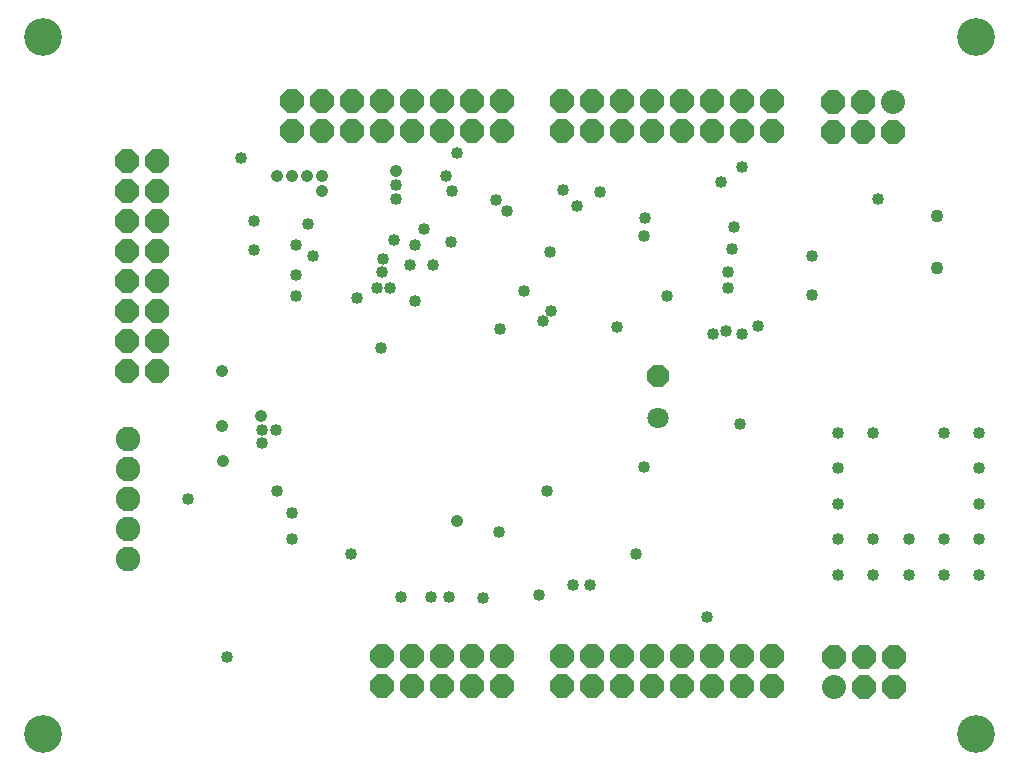
<source format=gbr>
G04 EAGLE Gerber RS-274X export*
G75*
%MOMM*%
%FSLAX34Y34*%
%LPD*%
%INSoldermask Bottom*%
%IPPOS*%
%AMOC8*
5,1,8,0,0,1.08239X$1,22.5*%
G01*
%ADD10C,3.203200*%
%ADD11P,1.951982X8X112.500000*%
%ADD12C,1.803400*%
%ADD13C,1.103200*%
%ADD14P,2.199416X8X202.500000*%
%ADD15P,2.199416X8X112.500000*%
%ADD16P,2.199416X8X22.500000*%
%ADD17C,2.032000*%
%ADD18C,2.082800*%
%ADD19C,1.011200*%
%ADD20C,1.061200*%


D10*
X30000Y30000D03*
X30000Y620000D03*
X820000Y30000D03*
X820000Y620000D03*
D11*
X550380Y333055D03*
D12*
X550380Y297495D03*
D13*
X786600Y424400D03*
X786600Y468400D03*
D14*
X418300Y566100D03*
X392900Y566100D03*
X367500Y566100D03*
X342100Y566100D03*
X316700Y566100D03*
X291300Y566100D03*
X418300Y540700D03*
X392900Y540700D03*
X367500Y540700D03*
X342100Y540700D03*
X316700Y540700D03*
X291300Y540700D03*
X265900Y566100D03*
X240500Y566100D03*
X265900Y540700D03*
X240500Y540700D03*
X646900Y96200D03*
X621500Y96200D03*
X596100Y96200D03*
X570700Y96200D03*
X545300Y96200D03*
X519900Y96200D03*
X646900Y70800D03*
X621500Y70800D03*
X596100Y70800D03*
X570700Y70800D03*
X545300Y70800D03*
X519900Y70800D03*
X494500Y96200D03*
X469100Y96200D03*
X494500Y70800D03*
X469100Y70800D03*
D15*
X126200Y337500D03*
X126200Y362900D03*
X126200Y388300D03*
X126200Y413700D03*
X126200Y439100D03*
X126200Y464500D03*
X100800Y337500D03*
X100800Y362900D03*
X100800Y388300D03*
X100800Y413700D03*
X100800Y439100D03*
X100800Y464500D03*
X126200Y489900D03*
X126200Y515300D03*
X100800Y489900D03*
X100800Y515300D03*
D16*
X316700Y70800D03*
X342100Y70800D03*
X367500Y70800D03*
X392900Y70800D03*
X418300Y70800D03*
X316700Y96200D03*
X342100Y96200D03*
X367500Y96200D03*
X392900Y96200D03*
X418300Y96200D03*
X469100Y540700D03*
X494500Y540700D03*
X519900Y540700D03*
X545300Y540700D03*
X570700Y540700D03*
X596100Y540700D03*
X469100Y566100D03*
X494500Y566100D03*
X519900Y566100D03*
X545300Y566100D03*
X570700Y566100D03*
X596100Y566100D03*
X621500Y540700D03*
X646900Y540700D03*
X621500Y566100D03*
X646900Y566100D03*
D17*
X699450Y69380D03*
D16*
X724850Y69380D03*
X750250Y69380D03*
X699450Y94780D03*
X724850Y94780D03*
X750250Y94780D03*
D17*
X749300Y565150D03*
D14*
X723900Y565150D03*
X698500Y565150D03*
X749300Y539750D03*
X723900Y539750D03*
X698500Y539750D03*
D18*
X101600Y177800D03*
X101600Y203200D03*
X101600Y228600D03*
X101600Y254000D03*
X101600Y279400D03*
D19*
X437350Y404810D03*
X558000Y401000D03*
X240500Y195260D03*
X240500Y216850D03*
X619595Y292415D03*
D20*
X380200Y210500D03*
X181060Y290702D03*
D19*
X227800Y235900D03*
X415760Y200975D03*
X417030Y373060D03*
X316065Y356550D03*
X456400Y235900D03*
X538315Y256220D03*
X635470Y375280D03*
D20*
X182576Y261161D03*
D19*
X702700Y164600D03*
X732700Y164600D03*
X762700Y164600D03*
X792700Y164600D03*
X822700Y164600D03*
X822700Y194600D03*
X792700Y194600D03*
X762700Y194600D03*
X732700Y194600D03*
X702700Y194600D03*
X702700Y224600D03*
X822700Y224600D03*
X822700Y254600D03*
X822700Y284600D03*
X702700Y254600D03*
X702700Y284600D03*
X732700Y284600D03*
X792700Y284600D03*
X736600Y482600D03*
X185420Y95250D03*
X152400Y228600D03*
D20*
X181060Y337500D03*
D19*
X352370Y457510D03*
X422539Y472549D03*
X327130Y447845D03*
X413014Y482074D03*
X317500Y431800D03*
X680720Y401320D03*
X680720Y434691D03*
X469735Y490535D03*
D20*
X265900Y489900D03*
X265900Y502600D03*
X253200Y502600D03*
D19*
X539585Y466405D03*
X481800Y477200D03*
D20*
X240500Y502600D03*
X227800Y502600D03*
D19*
X290665Y182560D03*
X478625Y155890D03*
X492595Y155890D03*
X531965Y182560D03*
X323685Y407350D03*
X312255Y407350D03*
X450050Y147635D03*
X516090Y374330D03*
X597370Y368615D03*
X459575Y388300D03*
X621500Y368615D03*
X453225Y379410D03*
X608165Y371155D03*
X316700Y420845D03*
X609435Y407350D03*
X591655Y128585D03*
X295745Y399095D03*
X227165Y287335D03*
X215100Y275905D03*
X215100Y287335D03*
D20*
X214465Y299400D03*
D19*
X244310Y400365D03*
X244310Y418780D03*
X258280Y434655D03*
X244310Y444180D03*
X254470Y461960D03*
X328448Y482598D03*
X328765Y494345D03*
D20*
X328765Y506410D03*
D19*
X376390Y489900D03*
X371310Y502600D03*
X208115Y439735D03*
X538950Y451165D03*
X208115Y464500D03*
X332575Y145730D03*
X357975Y145730D03*
X373850Y145730D03*
X402425Y145095D03*
X344830Y443515D03*
X197320Y517205D03*
X380200Y521650D03*
X609435Y420685D03*
X613245Y440370D03*
X359785Y426765D03*
X375120Y446085D03*
X458940Y437830D03*
X501485Y488630D03*
X614515Y459420D03*
X603720Y497520D03*
X621500Y510220D03*
X344640Y396555D03*
X340735Y426845D03*
M02*

</source>
